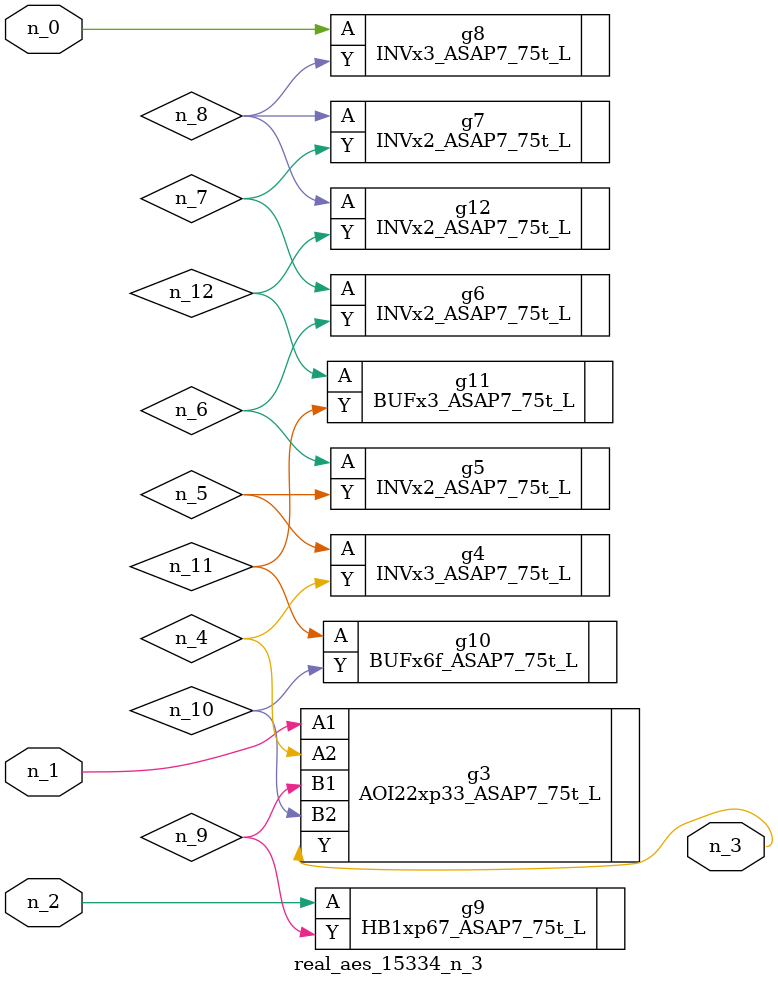
<source format=v>
module real_aes_15334_n_3 (n_0, n_2, n_1, n_3);
input n_0;
input n_2;
input n_1;
output n_3;
wire n_4;
wire n_5;
wire n_7;
wire n_9;
wire n_6;
wire n_8;
wire n_12;
wire n_10;
wire n_11;
INVx3_ASAP7_75t_L g8 ( .A(n_0), .Y(n_8) );
AOI22xp33_ASAP7_75t_L g3 ( .A1(n_1), .A2(n_4), .B1(n_9), .B2(n_10), .Y(n_3) );
HB1xp67_ASAP7_75t_L g9 ( .A(n_2), .Y(n_9) );
INVx3_ASAP7_75t_L g4 ( .A(n_5), .Y(n_4) );
INVx2_ASAP7_75t_L g5 ( .A(n_6), .Y(n_5) );
INVx2_ASAP7_75t_L g6 ( .A(n_7), .Y(n_6) );
INVx2_ASAP7_75t_L g7 ( .A(n_8), .Y(n_7) );
INVx2_ASAP7_75t_L g12 ( .A(n_8), .Y(n_12) );
BUFx6f_ASAP7_75t_L g10 ( .A(n_11), .Y(n_10) );
BUFx3_ASAP7_75t_L g11 ( .A(n_12), .Y(n_11) );
endmodule
</source>
